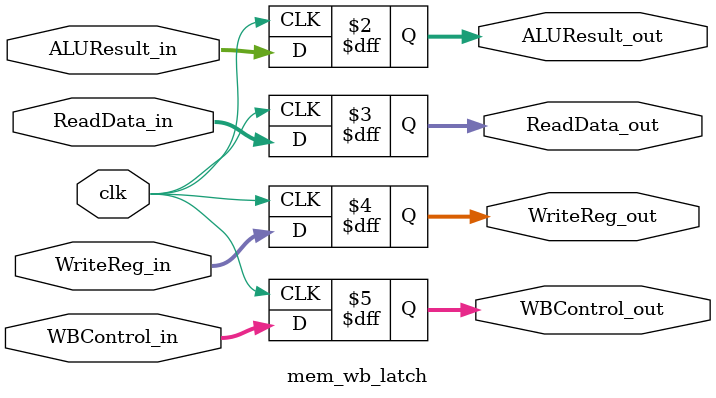
<source format=v>
`timescale 1ns / 1ps


module mem_wb_latch(
    input clk,
    input [31:0] ALUResult_in,
    input [31:0] ReadData_in,
    input [4:0] WriteReg_in,
    input [1:0] WBControl_in,
    output reg [31:0] ALUResult_out,
    output reg [31:0] ReadData_out,
    output reg [4:0] WriteReg_out,
    output reg [1:0] WBControl_out
);
    always @(posedge clk) begin
        ALUResult_out <= ALUResult_in;
        ReadData_out <= ReadData_in;
        WriteReg_out <= WriteReg_in;
        WBControl_out <= WBControl_in;
    end
endmodule
</source>
